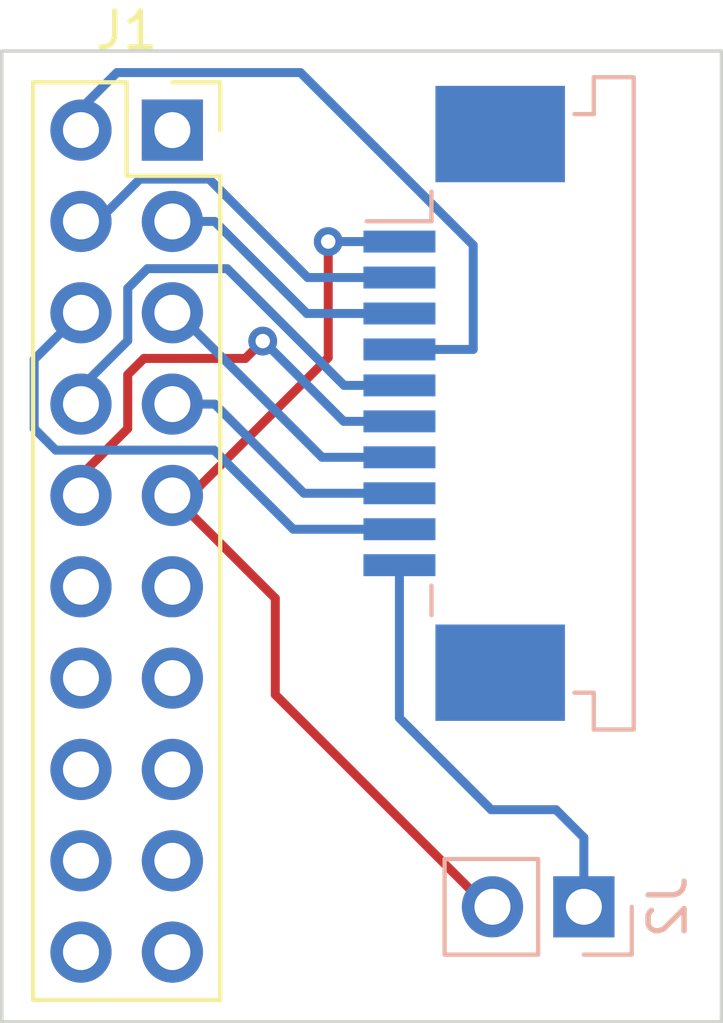
<source format=kicad_pcb>
(kicad_pcb (version 20221018) (generator pcbnew)
  (layers (0 "F.Cu" signal) (31 "B.Cu" signal) (34 "B.Paste" user) (35 "F.Paste" user) (36 "B.SilkS" user "B.Silkscreen") (37 "F.SilkS" user "F.Silkscreen") (38 "B.Mask" user) (39 "F.Mask" user) (44 "Edge.Cuts" user))
  (net 0 "")
  (net 1 "P_CS1")
  (net 2 "P_MISO")
  (net 3 "P_IO2")
  (net 4 "GND")
  (net 5 "P_MOSI")
  (net 6 "P_CLK")
  (net 7 "P_IO3")
  (net 8 "+3.3V")
  (net 9 "P_CS2")
  (net 21 "Net-(J2-Pin_1)")
  (footprint "Connector_PinSocket_2.54mm:PinSocket_2x10_P2.54mm_Vertical" (layer "F.Cu") (at 4.74 2.2)
    (fp_text reference "J1" (at -1.27 -2.77) (layer "F.SilkS"))
    (fp_text value "Conn_02x10_Odd_Even" hide)
    (fp_line (start -3.87 -1.33) (end -3.87 24.19) (stroke (width 0.12)) (layer "F.SilkS"))
    (fp_line (start -3.87 -1.33) (end -1.27 -1.33) (stroke (width 0.12)) (layer "F.SilkS"))
    (fp_line (start -3.87 24.19) (end 1.33 24.19) (stroke (width 0.12)) (layer "F.SilkS"))
    (fp_line (start -1.27 -1.33) (end -1.27 1.27) (stroke (width 0.12)) (layer "F.SilkS"))
    (fp_line (start -1.27 1.27) (end 1.33 1.27) (stroke (width 0.12)) (layer "F.SilkS"))
    (fp_line (start 0 -1.33) (end 1.33 -1.33) (stroke (width 0.12)) (layer "F.SilkS"))
    (fp_line (start 1.33 -1.33) (end 1.33 0) (stroke (width 0.12)) (layer "F.SilkS"))
    (fp_line (start 1.33 1.27) (end 1.33 24.19) (stroke (width 0.12)) (layer "F.SilkS"))
    (pad "1" thru_hole rect (at 0 0) (size 1.7 1.7) (drill 1) (layers "*.Cu" "*.Mask"))
    (pad "2" thru_hole oval (at -2.54 0) (size 1.7 1.7) (drill 1) (layers "*.Cu" "*.Mask") (net 9 "P_CS2"))
    (pad "3" thru_hole oval (at 0 2.54) (size 1.7 1.7) (drill 1) (layers "*.Cu" "*.Mask") (net 1 "P_CS1"))
    (pad "4" thru_hole oval (at -2.54 2.54) (size 1.7 1.7) (drill 1) (layers "*.Cu" "*.Mask") (net 8 "+3.3V"))
    (pad "5" thru_hole oval (at 0 5.08) (size 1.7 1.7) (drill 1) (layers "*.Cu" "*.Mask") (net 2 "P_MISO"))
    (pad "6" thru_hole oval (at -2.54 5.08) (size 1.7 1.7) (drill 1) (layers "*.Cu" "*.Mask") (net 7 "P_IO3"))
    (pad "7" thru_hole oval (at 0 7.62) (size 1.7 1.7) (drill 1) (layers "*.Cu" "*.Mask") (net 3 "P_IO2"))
    (pad "8" thru_hole oval (at -2.54 7.62) (size 1.7 1.7) (drill 1) (layers "*.Cu" "*.Mask") (net 6 "P_CLK"))
    (pad "9" thru_hole oval (at 0 10.16) (size 1.7 1.7) (drill 1) (layers "*.Cu" "*.Mask") (net 4 "GND"))
    (pad "10" thru_hole oval (at -2.54 10.16) (size 1.7 1.7) (drill 1) (layers "*.Cu" "*.Mask") (net 5 "P_MOSI"))
    (pad "11" thru_hole oval (at 0 12.7) (size 1.7 1.7) (drill 1) (layers "*.Cu" "*.Mask"))
    (pad "12" thru_hole oval (at -2.54 12.7) (size 1.7 1.7) (drill 1) (layers "*.Cu" "*.Mask"))
    (pad "13" thru_hole oval (at 0 15.24) (size 1.7 1.7) (drill 1) (layers "*.Cu" "*.Mask"))
    (pad "14" thru_hole oval (at -2.54 15.24) (size 1.7 1.7) (drill 1) (layers "*.Cu" "*.Mask"))
    (pad "15" thru_hole oval (at 0 17.78) (size 1.7 1.7) (drill 1) (layers "*.Cu" "*.Mask"))
    (pad "16" thru_hole oval (at -2.54 17.78) (size 1.7 1.7) (drill 1) (layers "*.Cu" "*.Mask"))
    (pad "17" thru_hole oval (at 0 20.32) (size 1.7 1.7) (drill 1) (layers "*.Cu" "*.Mask"))
    (pad "18" thru_hole oval (at -2.54 20.32) (size 1.7 1.7) (drill 1) (layers "*.Cu" "*.Mask"))
    (pad "19" thru_hole oval (at 0 22.86) (size 1.7 1.7) (drill 1) (layers "*.Cu" "*.Mask"))
    (pad "20" thru_hole oval (at -2.54 22.86) (size 1.7 1.7) (drill 1) (layers "*.Cu" "*.Mask"))
  )
  (footprint "Connector_FFC-FPC:TE_1-84952-0_1x10-1MP_P1.0mm_Horizontal" (layer "B.Cu") (at 12.85 9.8 -90)
    (fp_text reference "J4" hide)
    (fp_text value "Conn_01x10_Socket" hide)
    (fp_line (start -9.07 -4.71) (end -9.07 -3.6) (stroke (width 0.12)) (layer "B.SilkS"))
    (fp_line (start -9.07 -3.6) (end -8.045 -3.6) (stroke (width 0.12)) (layer "B.SilkS"))
    (fp_line (start -8.045 -3.6) (end -8.045 -3.06) (stroke (width 0.12)) (layer "B.SilkS"))
    (fp_line (start -5.89 0.91) (end -5.065 0.91) (stroke (width 0.12)) (layer "B.SilkS"))
    (fp_line (start -5.065 0.91) (end -5.065 2.71) (stroke (width 0.12)) (layer "B.SilkS"))
    (fp_line (start 5.065 0.91) (end 5.89 0.91) (stroke (width 0.12)) (layer "B.SilkS"))
    (fp_line (start 8.045 -3.6) (end 9.07 -3.6) (stroke (width 0.12)) (layer "B.SilkS"))
    (fp_line (start 8.045 -3.06) (end 8.045 -3.6) (stroke (width 0.12)) (layer "B.SilkS"))
    (fp_line (start 9.07 -4.71) (end -9.07 -4.71) (stroke (width 0.12)) (layer "B.SilkS"))
    (fp_line (start 9.07 -3.6) (end 9.07 -4.71) (stroke (width 0.12)) (layer "B.SilkS"))
    (pad "1" smd rect (at -4.5 1.8 270) (size 0.61 2) (layers "B.Cu" "B.Paste" "B.Mask") (net 4 "GND"))
    (pad "2" smd rect (at -3.5 1.8 270) (size 0.61 2) (layers "B.Cu" "B.Paste" "B.Mask") (net 8 "+3.3V"))
    (pad "3" smd rect (at -2.5 1.8 270) (size 0.61 2) (layers "B.Cu" "B.Paste" "B.Mask") (net 1 "P_CS1"))
    (pad "4" smd rect (at -1.5 1.8 270) (size 0.61 2) (layers "B.Cu" "B.Paste" "B.Mask") (net 9 "P_CS2"))
    (pad "5" smd rect (at -0.5 1.8 270) (size 0.61 2) (layers "B.Cu" "B.Paste" "B.Mask") (net 6 "P_CLK"))
    (pad "6" smd rect (at 0.5 1.8 270) (size 0.61 2) (layers "B.Cu" "B.Paste" "B.Mask") (net 5 "P_MOSI"))
    (pad "7" smd rect (at 1.5 1.8 270) (size 0.61 2) (layers "B.Cu" "B.Paste" "B.Mask") (net 2 "P_MISO"))
    (pad "8" smd rect (at 2.5 1.8 270) (size 0.61 2) (layers "B.Cu" "B.Paste" "B.Mask") (net 3 "P_IO2"))
    (pad "9" smd rect (at 3.5 1.8 270) (size 0.61 2) (layers "B.Cu" "B.Paste" "B.Mask") (net 7 "P_IO3"))
    (pad "10" smd rect (at 4.5 1.8 270) (size 0.61 2) (layers "B.Cu" "B.Paste" "B.Mask") (net 21 "Net-(J2-Pin_1)"))
    (pad "MP" smd rect (at -7.49 -1 270) (size 2.68 3.6) (layers "B.Cu" "B.Paste" "B.Mask"))
    (pad "MP" smd rect (at 7.49 -1 270) (size 2.68 3.6) (layers "B.Cu" "B.Paste" "B.Mask"))
  )
  (footprint "Connector_PinHeader_2.54mm:PinHeader_1x02_P2.54mm_Vertical" (layer "B.Cu") (at 16.175 23.8 90)
    (fp_text reference "J2" (at 0 2.33 90) (layer "B.SilkS") (effects (justify mirror)))
    (fp_text value "Conn_01x02_Pin" hide)
    (fp_line (start -1.33 -3.87) (end 1.33 -3.87) (stroke (width 0.12)) (layer "B.SilkS"))
    (fp_line (start -1.33 -1.27) (end -1.33 -3.87) (stroke (width 0.12)) (layer "B.SilkS"))
    (fp_line (start -1.33 -1.27) (end 1.33 -1.27) (stroke (width 0.12)) (layer "B.SilkS"))
    (fp_line (start -1.33 0) (end -1.33 1.33) (stroke (width 0.12)) (layer "B.SilkS"))
    (fp_line (start -1.33 1.33) (end 0 1.33) (stroke (width 0.12)) (layer "B.SilkS"))
    (fp_line (start 1.33 -1.27) (end 1.33 -3.87) (stroke (width 0.12)) (layer "B.SilkS"))
    (pad "1" thru_hole rect (at 0 0 90) (size 1.7 1.7) (drill 1) (layers "*.Cu" "*.Mask") (net 21 "Net-(J2-Pin_1)"))
    (pad "2" thru_hole oval (at 0 -2.54 90) (size 1.7 1.7) (drill 1) (layers "*.Cu" "*.Mask") (net 4 "GND"))
  )
  (gr_rect (start 0 0) (end 20 27) (stroke (width 0.1)) (fill none) (layer "Edge.Cuts"))
  (segment (start 5.9169 4.74) (end 8.4769 7.3) (width 0.25) (layer "B.Cu") (net 1))
  (segment (start 4.74 4.74) (end 5.9169 4.74) (width 0.25) (layer "B.Cu") (net 1))
  (segment (start 8.4769 7.3) (end 11.05 7.3) (width 0.25) (layer "B.Cu") (net 1))
  (segment (start 8.9 11.3) (end 11.05 11.3) (width 0.25) (layer "B.Cu") (net 2))
  (segment (start 4.74 7.28) (end 4.88 7.28) (width 0.25) (layer "B.Cu") (net 2))
  (segment (start 4.88 7.28) (end 8.9 11.3) (width 0.25) (layer "B.Cu") (net 2))
  (segment (start 4.74 9.82) (end 5.9169 9.82) (width 0.25) (layer "B.Cu") (net 3))
  (segment (start 5.9169 9.82) (end 8.3969 12.3) (width 0.25) (layer "B.Cu") (net 3))
  (segment (start 8.3969 12.3) (end 11.05 12.3) (width 0.25) (layer "B.Cu") (net 3))
  (segment (start 9.071 5.3) (end 9.071 8.529) (width 0.25) (layer "F.Cu") (net 4))
  (segment (start 9.071 8.529) (end 5.24 12.36) (width 0.25) (layer "F.Cu") (net 4))
  (segment (start 13.5 23.8) (end 7.6 17.9) (width 0.25) (layer "F.Cu") (net 4))
  (segment (start 7.6 17.9) (end 7.6 15.22) (width 0.25) (layer "F.Cu") (net 4))
  (segment (start 7.6 15.22) (end 4.74 12.36) (width 0.25) (layer "F.Cu") (net 4))
  (segment (start 5.24 12.36) (end 4.74 12.36) (width 0.25) (layer "F.Cu") (net 4))
  (segment (start 13.635 23.8) (end 13.5 23.8) (width 0.25) (layer "F.Cu") (net 4))
  (segment (start 9.0711 5.3) (end 9.071 5.3) (width 0.25) (layer "F.Cu") (net 4))
  (via (at 9.0711 5.3) (size 0.8) (drill 0.4) (layers "F.Cu" "B.Cu") (net 4))
  (segment (start 11.05 5.3) (end 9.0711 5.3) (width 0.25) (layer "B.Cu") (net 4))
  (segment (start 2.2 12.36) (end 2.2 11.8) (width 0.25) (layer "F.Cu") (net 5))
  (segment (start 3.5 9) (end 3.95 8.55) (width 0.25) (layer "F.Cu") (net 5))
  (segment (start 6.7691 8.55) (end 7.2512 8.0679) (width 0.25) (layer "F.Cu") (net 5))
  (segment (start 2.2 11.8) (end 3.5 10.5) (width 0.25) (layer "F.Cu") (net 5))
  (segment (start 3.95 8.55) (end 6.7691 8.55) (width 0.25) (layer "F.Cu") (net 5))
  (segment (start 3.5 10.5) (end 3.5 9) (width 0.25) (layer "F.Cu") (net 5))
  (via (at 7.2512 8.0679) (size 0.8) (drill 0.4) (layers "F.Cu" "B.Cu") (net 5))
  (segment (start 9.5 10.3) (end 11.05 10.3) (width 0.25) (layer "B.Cu") (net 5))
  (segment (start 7.2512 8.0679) (end 7.2679 8.0679) (width 0.25) (layer "B.Cu") (net 5))
  (segment (start 7.2679 8.0679) (end 9.5 10.3) (width 0.25) (layer "B.Cu") (net 5))
  (segment (start 2.2 9.3555) (end 2.2 9.82) (width 0.25) (layer "B.Cu") (net 6))
  (segment (start 11.05 9.3) (end 9.5113 9.3) (width 0.25) (layer "B.Cu") (net 6))
  (segment (start 9.5113 9.3) (end 6.2644 6.0531) (width 0.25) (layer "B.Cu") (net 6))
  (segment (start 3.5 6.6) (end 3.5 8.0555) (width 0.25) (layer "B.Cu") (net 6))
  (segment (start 4.0469 6.0531) (end 3.5 6.6) (width 0.25) (layer "B.Cu") (net 6))
  (segment (start 6.2644 6.0531) (end 4.0469 6.0531) (width 0.25) (layer "B.Cu") (net 6))
  (segment (start 3.5 8.0555) (end 2.2 9.3555) (width 0.25) (layer "B.Cu") (net 6))
  (segment (start 11.05 13.3) (end 8.1 13.3) (width 0.25) (layer "B.Cu") (net 7))
  (segment (start 8.1 13.3) (end 5.9 11.1) (width 0.25) (layer "B.Cu") (net 7))
  (segment (start 0.9 10.5) (end 0.9 8.58) (width 0.25) (layer "B.Cu") (net 7))
  (segment (start 0.9 8.58) (end 2.2 7.28) (width 0.25) (layer "B.Cu") (net 7))
  (segment (start 5.9 11.1) (end 1.5 11.1) (width 0.25) (layer "B.Cu") (net 7))
  (segment (start 1.5 11.1) (end 0.9 10.5) (width 0.25) (layer "B.Cu") (net 7))
  (segment (start 2.66 4.74) (end 3.8376 3.5624) (width 0.25) (layer "B.Cu") (net 8))
  (segment (start 8.5 6.3) (end 11.05 6.3) (width 0.25) (layer "B.Cu") (net 8))
  (segment (start 5.7624 3.5624) (end 8.5 6.3) (width 0.25) (layer "B.Cu") (net 8))
  (segment (start 2.2 4.74) (end 2.66 4.74) (width 0.25) (layer "B.Cu") (net 8))
  (segment (start 3.8376 3.5624) (end 5.7624 3.5624) (width 0.25) (layer "B.Cu") (net 8))
  (segment (start 8.3 0.6) (end 3.2 0.6) (width 0.25) (layer "B.Cu") (net 9))
  (segment (start 13.1 5.4) (end 8.3 0.6) (width 0.25) (layer "B.Cu") (net 9))
  (segment (start 11.05 8.3) (end 13.1 8.3) (width 0.25) (layer "B.Cu") (net 9))
  (segment (start 13.1 8.3) (end 13.1 5.4) (width 0.25) (layer "B.Cu") (net 9))
  (segment (start 2.2 1.6) (end 2.2 2.2) (width 0.25) (layer "B.Cu") (net 9))
  (segment (start 3.2 0.6) (end 2.2 1.6) (width 0.25) (layer "B.Cu") (net 9))
  (segment (start 16.175 21.875) (end 16.175 23.8) (width 0.25) (layer "B.Cu") (net 21))
  (segment (start 15.4 21.1) (end 16.175 21.875) (width 0.25) (layer "B.Cu") (net 21))
  (segment (start 13.6 21.1) (end 15.4 21.1) (width 0.25) (layer "B.Cu") (net 21))
  (segment (start 11.05 14.3) (end 11.05 18.55) (width 0.25) (layer "B.Cu") (net 21))
  (segment (start 11.05 18.55) (end 13.6 21.1) (width 0.25) (layer "B.Cu") (net 21))
)
</source>
